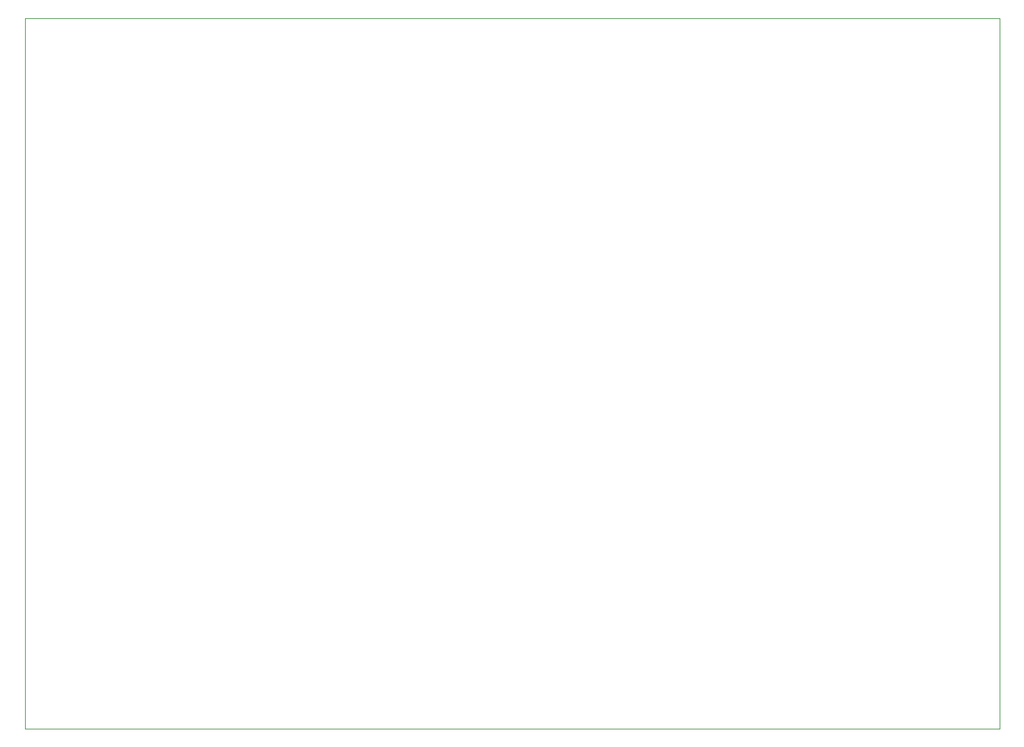
<source format=gbr>
G04 #@! TF.GenerationSoftware,KiCad,Pcbnew,(5.1.5)-3*
G04 #@! TF.CreationDate,2021-07-13T11:34:21-04:00*
G04 #@! TF.ProjectId,royerPSU,726f7965-7250-4535-952e-6b696361645f,rev?*
G04 #@! TF.SameCoordinates,Original*
G04 #@! TF.FileFunction,Profile,NP*
%FSLAX46Y46*%
G04 Gerber Fmt 4.6, Leading zero omitted, Abs format (unit mm)*
G04 Created by KiCad (PCBNEW (5.1.5)-3) date 2021-07-13 11:34:21*
%MOMM*%
%LPD*%
G04 APERTURE LIST*
%ADD10C,0.100000*%
G04 APERTURE END LIST*
D10*
X185420000Y-139700000D02*
X63500000Y-139700000D01*
X63500000Y-139700000D02*
X63500000Y-50800000D01*
X63500000Y-50800000D02*
X185420000Y-50800000D01*
X185420000Y-50800000D02*
X185420000Y-139700000D01*
M02*

</source>
